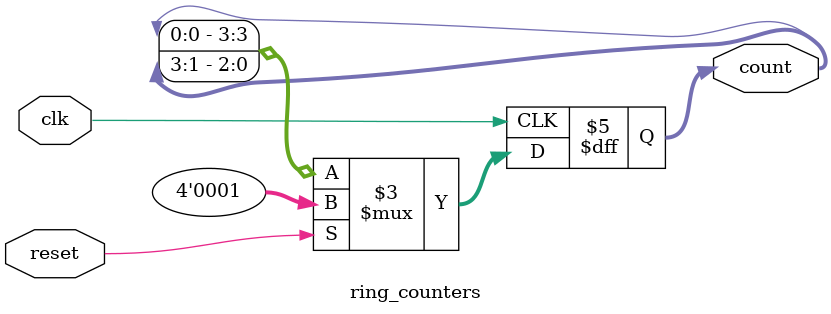
<source format=v>
`timescale 1ns / 1ps
module ring_counters(clk,reset,count);
parameter N = 4;
input clk,reset;
output reg [N-1:0]count;

always@(posedge clk)
begin
     if(reset)
            count <= 4'b0001;
      else
            count <= {count[0],count[N-1:1]};         

end
endmodule

</source>
